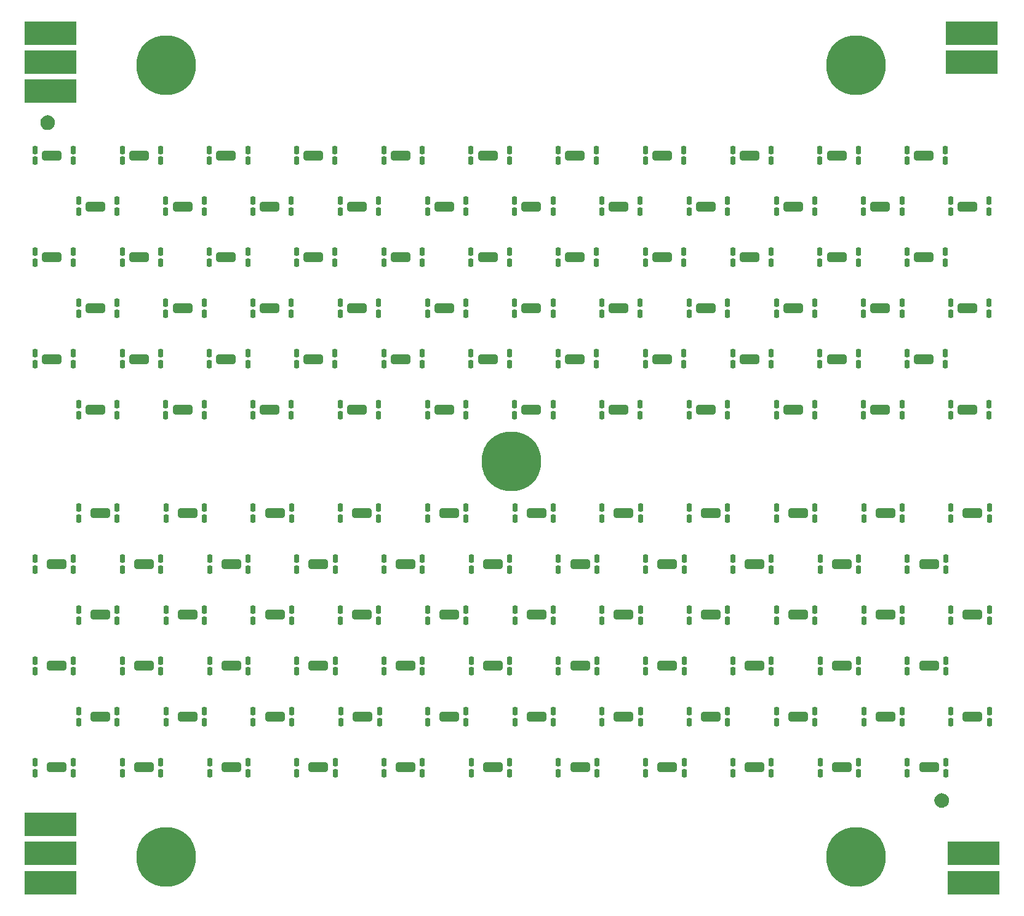
<source format=gts>
G04 Layer_Color=8388736*
%FSLAX24Y24*%
%MOIN*%
G70*
G01*
G75*
G04:AMPARAMS|DCode=23|XSize=108mil|YSize=54.5mil|CornerRadius=15.6mil|HoleSize=0mil|Usage=FLASHONLY|Rotation=180.000|XOffset=0mil|YOffset=0mil|HoleType=Round|Shape=RoundedRectangle|*
%AMROUNDEDRECTD23*
21,1,0.1080,0.0232,0,0,180.0*
21,1,0.0768,0.0545,0,0,180.0*
1,1,0.0312,-0.0384,0.0116*
1,1,0.0312,0.0384,0.0116*
1,1,0.0312,0.0384,-0.0116*
1,1,0.0312,-0.0384,-0.0116*
%
%ADD23ROUNDEDRECTD23*%
G04:AMPARAMS|DCode=24|XSize=28.5mil|YSize=43.4mil|CornerRadius=9.1mil|HoleSize=0mil|Usage=FLASHONLY|Rotation=180.000|XOffset=0mil|YOffset=0mil|HoleType=Round|Shape=RoundedRectangle|*
%AMROUNDEDRECTD24*
21,1,0.0285,0.0252,0,0,180.0*
21,1,0.0102,0.0434,0,0,180.0*
1,1,0.0182,-0.0051,0.0126*
1,1,0.0182,0.0051,0.0126*
1,1,0.0182,0.0051,-0.0126*
1,1,0.0182,-0.0051,-0.0126*
%
%ADD24ROUNDEDRECTD24*%
%ADD25R,0.2836X0.1261*%
%ADD26C,0.3230*%
G36*
X77937Y84084D02*
X78033Y84045D01*
X78115Y83982D01*
X78179Y83899D01*
X78218Y83804D01*
X78232Y83701D01*
X78218Y83598D01*
X78179Y83502D01*
X78115Y83420D01*
X78033Y83357D01*
X77937Y83317D01*
X77835Y83304D01*
X77732Y83317D01*
X77636Y83357D01*
X77554Y83420D01*
X77491Y83502D01*
X77451Y83598D01*
X77438Y83701D01*
X77451Y83804D01*
X77491Y83899D01*
X77554Y83982D01*
X77636Y84045D01*
X77732Y84084D01*
X77835Y84098D01*
X77937Y84084D01*
D02*
G37*
G36*
X126362Y47352D02*
X126458Y47312D01*
X126540Y47249D01*
X126603Y47167D01*
X126643Y47071D01*
X126657Y46968D01*
X126643Y46866D01*
X126603Y46770D01*
X126540Y46688D01*
X126458Y46625D01*
X126362Y46585D01*
X126260Y46571D01*
X126157Y46585D01*
X126061Y46625D01*
X125979Y46688D01*
X125916Y46770D01*
X125876Y46866D01*
X125862Y46968D01*
X125876Y47071D01*
X125916Y47167D01*
X125979Y47249D01*
X126061Y47312D01*
X126157Y47352D01*
X126260Y47366D01*
X126362Y47352D01*
D02*
G37*
D23*
X127657Y68130D02*
D03*
X78051Y81909D02*
D03*
X78327Y48760D02*
D03*
X80413Y79154D02*
D03*
X78051Y76398D02*
D03*
X80413Y73642D02*
D03*
X78051Y70886D02*
D03*
X80413Y68130D02*
D03*
X82776Y81909D02*
D03*
X85138Y79154D02*
D03*
X82776Y76398D02*
D03*
X85138Y73642D02*
D03*
X82776Y70886D02*
D03*
X85138Y68130D02*
D03*
X87500Y81909D02*
D03*
X89862Y79154D02*
D03*
X87500Y76398D02*
D03*
X89862Y73642D02*
D03*
X87500Y70886D02*
D03*
X89862Y68130D02*
D03*
X92224Y81909D02*
D03*
X94587Y79154D02*
D03*
X92224Y76398D02*
D03*
X94587Y73642D02*
D03*
X92224Y70886D02*
D03*
X94587Y68130D02*
D03*
X96949Y81909D02*
D03*
X99311Y79154D02*
D03*
X96949Y76398D02*
D03*
X99311Y73642D02*
D03*
X96949Y70886D02*
D03*
X99311Y68130D02*
D03*
X101673Y81909D02*
D03*
X104035Y79154D02*
D03*
X101673Y76398D02*
D03*
X104035Y73642D02*
D03*
X101673Y70886D02*
D03*
X104035Y68130D02*
D03*
X106398Y81909D02*
D03*
X108760Y79154D02*
D03*
X106398Y76398D02*
D03*
X108760Y73642D02*
D03*
X106398Y70886D02*
D03*
X108760Y68130D02*
D03*
X111122Y81909D02*
D03*
X113484Y79154D02*
D03*
X111122Y76398D02*
D03*
X113484Y73642D02*
D03*
X111122Y70886D02*
D03*
X113484Y68130D02*
D03*
X115846Y81909D02*
D03*
X118209Y79154D02*
D03*
X115846Y76398D02*
D03*
X118209Y73642D02*
D03*
X115846Y70886D02*
D03*
X118209Y68130D02*
D03*
X120571Y81909D02*
D03*
X122933Y79154D02*
D03*
X120571Y76398D02*
D03*
X122933Y73642D02*
D03*
X120571Y70886D02*
D03*
X122933Y68130D02*
D03*
X125295Y81909D02*
D03*
X127657Y79154D02*
D03*
X125295Y76398D02*
D03*
X127657Y73642D02*
D03*
X125295Y70886D02*
D03*
X127933Y62539D02*
D03*
X125571Y59783D02*
D03*
X127933Y57028D02*
D03*
X125571Y54272D02*
D03*
X127933Y51516D02*
D03*
X125571Y48760D02*
D03*
X123209Y62539D02*
D03*
X120846Y59783D02*
D03*
X123209Y57028D02*
D03*
X120846Y54272D02*
D03*
X123209Y51516D02*
D03*
X120846Y48760D02*
D03*
X118484Y62539D02*
D03*
X116122Y59783D02*
D03*
X118484Y57028D02*
D03*
X116122Y54272D02*
D03*
X118484Y51516D02*
D03*
X116122Y48760D02*
D03*
X113760Y62539D02*
D03*
X111398Y59783D02*
D03*
X113760Y57028D02*
D03*
X111398Y54272D02*
D03*
X113760Y51516D02*
D03*
X111398Y48760D02*
D03*
X109035Y62539D02*
D03*
X106673Y59783D02*
D03*
X109035Y57028D02*
D03*
X106673Y54272D02*
D03*
X109035Y51516D02*
D03*
X106673Y48760D02*
D03*
X104311Y62539D02*
D03*
X101949Y59783D02*
D03*
X104311Y57028D02*
D03*
X101949Y54272D02*
D03*
X104311Y51516D02*
D03*
X101949Y48760D02*
D03*
X99587Y62539D02*
D03*
X97224Y59783D02*
D03*
X99587Y57028D02*
D03*
X97224Y54272D02*
D03*
X99587Y51516D02*
D03*
X97224Y48760D02*
D03*
X94862Y62539D02*
D03*
X92500Y59783D02*
D03*
X94862Y57028D02*
D03*
X92500Y54272D02*
D03*
X94902Y51516D02*
D03*
X92500Y48760D02*
D03*
X90138Y62539D02*
D03*
X87776Y59783D02*
D03*
X90138Y57028D02*
D03*
X87776Y54272D02*
D03*
X90138Y51516D02*
D03*
X87776Y48760D02*
D03*
X85413Y62539D02*
D03*
X83051Y59783D02*
D03*
X85413Y57028D02*
D03*
X83051Y54272D02*
D03*
X85413Y51516D02*
D03*
X83051Y48760D02*
D03*
X80689Y62539D02*
D03*
X78327Y59783D02*
D03*
X80689Y57028D02*
D03*
X78327Y54272D02*
D03*
X80689Y51516D02*
D03*
D24*
X126752Y67844D02*
D03*
Y68435D02*
D03*
X128829Y67844D02*
D03*
Y68435D02*
D03*
X77146Y81624D02*
D03*
Y82215D02*
D03*
X79222Y81624D02*
D03*
Y82215D02*
D03*
X79232Y49045D02*
D03*
Y48455D02*
D03*
X77156Y49045D02*
D03*
Y48455D02*
D03*
X79508Y78868D02*
D03*
Y79459D02*
D03*
X81585Y78868D02*
D03*
Y79459D02*
D03*
X77146Y76112D02*
D03*
Y76703D02*
D03*
X79222Y76112D02*
D03*
Y76703D02*
D03*
X79508Y73356D02*
D03*
Y73947D02*
D03*
X81585Y73356D02*
D03*
Y73947D02*
D03*
X77146Y70600D02*
D03*
Y71191D02*
D03*
X79222Y70600D02*
D03*
Y71191D02*
D03*
X79508Y67844D02*
D03*
Y68435D02*
D03*
X81585Y67844D02*
D03*
Y68435D02*
D03*
X81870Y81624D02*
D03*
Y82215D02*
D03*
X83947Y81624D02*
D03*
Y82215D02*
D03*
X84232Y78868D02*
D03*
Y79459D02*
D03*
X86309Y78868D02*
D03*
Y79459D02*
D03*
X81870Y76112D02*
D03*
Y76703D02*
D03*
X83947Y76112D02*
D03*
Y76703D02*
D03*
X84232Y73356D02*
D03*
Y73947D02*
D03*
X86309Y73356D02*
D03*
Y73947D02*
D03*
X81870Y70600D02*
D03*
Y71191D02*
D03*
X83947Y70600D02*
D03*
Y71191D02*
D03*
X84232Y67844D02*
D03*
Y68435D02*
D03*
X86309Y67844D02*
D03*
Y68435D02*
D03*
X86594Y81624D02*
D03*
Y82215D02*
D03*
X88671Y81624D02*
D03*
Y82215D02*
D03*
X88957Y78868D02*
D03*
Y79459D02*
D03*
X91033Y78868D02*
D03*
Y79459D02*
D03*
X86594Y76112D02*
D03*
Y76703D02*
D03*
X88671Y76112D02*
D03*
Y76703D02*
D03*
X88957Y73356D02*
D03*
Y73947D02*
D03*
X91033Y73356D02*
D03*
Y73947D02*
D03*
X86594Y70600D02*
D03*
Y71191D02*
D03*
X88671Y70600D02*
D03*
Y71191D02*
D03*
X88957Y67844D02*
D03*
Y68435D02*
D03*
X91033Y67844D02*
D03*
Y68435D02*
D03*
X91319Y81624D02*
D03*
Y82215D02*
D03*
X93396Y81624D02*
D03*
Y82215D02*
D03*
X93681Y78868D02*
D03*
Y79459D02*
D03*
X95758Y78868D02*
D03*
Y79459D02*
D03*
X91319Y76112D02*
D03*
Y76703D02*
D03*
X93396Y76112D02*
D03*
Y76703D02*
D03*
X93681Y73356D02*
D03*
Y73947D02*
D03*
X95758Y73356D02*
D03*
Y73947D02*
D03*
X91319Y70600D02*
D03*
Y71191D02*
D03*
X93396Y70600D02*
D03*
Y71191D02*
D03*
X93681Y67844D02*
D03*
Y68435D02*
D03*
X95758Y67844D02*
D03*
X95758Y68435D02*
D03*
X96043Y81624D02*
D03*
Y82215D02*
D03*
X98120Y81624D02*
D03*
Y82215D02*
D03*
X98406Y78868D02*
D03*
Y79459D02*
D03*
X100482Y78868D02*
D03*
Y79459D02*
D03*
X96043Y76112D02*
D03*
Y76703D02*
D03*
X98120Y76112D02*
D03*
Y76703D02*
D03*
X98406Y73356D02*
D03*
Y73947D02*
D03*
X100482Y73356D02*
D03*
Y73947D02*
D03*
X96043Y70600D02*
D03*
Y71191D02*
D03*
X98120Y70600D02*
D03*
Y71191D02*
D03*
X98406Y67844D02*
D03*
Y68435D02*
D03*
X100482Y67844D02*
D03*
Y68435D02*
D03*
X100768Y81624D02*
D03*
Y82215D02*
D03*
X102844Y81624D02*
D03*
Y82215D02*
D03*
X103130Y78868D02*
D03*
Y79459D02*
D03*
X105207Y78868D02*
D03*
Y79459D02*
D03*
X100768Y76112D02*
D03*
Y76703D02*
D03*
X102844Y76112D02*
D03*
Y76703D02*
D03*
X103130Y73356D02*
D03*
Y73947D02*
D03*
X105207Y73356D02*
D03*
Y73947D02*
D03*
X100768Y70600D02*
D03*
Y71191D02*
D03*
X102844Y70600D02*
D03*
Y71191D02*
D03*
X103130Y67844D02*
D03*
Y68435D02*
D03*
X105207Y67844D02*
D03*
Y68435D02*
D03*
X105492Y81624D02*
D03*
Y82215D02*
D03*
X107569Y81624D02*
D03*
Y82215D02*
D03*
X107854Y78868D02*
D03*
Y79459D02*
D03*
X109931Y78868D02*
D03*
Y79459D02*
D03*
X105492Y76112D02*
D03*
Y76703D02*
D03*
X107569Y76112D02*
D03*
Y76703D02*
D03*
X107854Y73356D02*
D03*
Y73947D02*
D03*
X109931Y73356D02*
D03*
Y73947D02*
D03*
X105492Y70600D02*
D03*
Y71191D02*
D03*
X107569Y70600D02*
D03*
Y71191D02*
D03*
X107854Y67844D02*
D03*
Y68435D02*
D03*
X109931Y67844D02*
D03*
Y68435D02*
D03*
X110217Y81624D02*
D03*
Y82215D02*
D03*
X112293Y81624D02*
D03*
Y82215D02*
D03*
X112579Y78868D02*
D03*
Y79459D02*
D03*
X114656Y78868D02*
D03*
Y79459D02*
D03*
X110217Y76112D02*
D03*
Y76703D02*
D03*
X112293Y76112D02*
D03*
Y76703D02*
D03*
X112579Y73356D02*
D03*
Y73947D02*
D03*
X114656Y73356D02*
D03*
Y73947D02*
D03*
X110217Y70600D02*
D03*
Y71191D02*
D03*
X112293Y70600D02*
D03*
Y71191D02*
D03*
X112579Y67844D02*
D03*
Y68435D02*
D03*
X114656Y67844D02*
D03*
Y68435D02*
D03*
X114941Y81624D02*
D03*
Y82215D02*
D03*
X117018Y81624D02*
D03*
Y82215D02*
D03*
X117303Y78868D02*
D03*
Y79459D02*
D03*
X119380Y78868D02*
D03*
Y79459D02*
D03*
X114941Y76112D02*
D03*
Y76703D02*
D03*
X117018Y76112D02*
D03*
Y76703D02*
D03*
X117303Y73356D02*
D03*
Y73947D02*
D03*
X119380Y73356D02*
D03*
Y73947D02*
D03*
X114941Y70600D02*
D03*
Y71191D02*
D03*
X117018Y70600D02*
D03*
Y71191D02*
D03*
X117303Y67844D02*
D03*
Y68435D02*
D03*
X119380Y67844D02*
D03*
Y68435D02*
D03*
X119665Y81624D02*
D03*
Y82215D02*
D03*
X121742Y81624D02*
D03*
Y82215D02*
D03*
X122028Y78868D02*
D03*
Y79459D02*
D03*
X124104Y78868D02*
D03*
Y79459D02*
D03*
X119665Y76112D02*
D03*
Y76703D02*
D03*
X121742Y76112D02*
D03*
Y76703D02*
D03*
X122028Y73356D02*
D03*
Y73947D02*
D03*
X124104Y73356D02*
D03*
Y73947D02*
D03*
X119665Y70600D02*
D03*
Y71191D02*
D03*
X121742Y70600D02*
D03*
Y71191D02*
D03*
X122028Y67844D02*
D03*
Y68435D02*
D03*
X124104Y67844D02*
D03*
Y68435D02*
D03*
X124390Y81624D02*
D03*
Y82215D02*
D03*
X126467Y81624D02*
D03*
Y82215D02*
D03*
X126752Y78868D02*
D03*
Y79459D02*
D03*
X128829Y78868D02*
D03*
Y79459D02*
D03*
X124390Y76112D02*
D03*
Y76703D02*
D03*
X126467Y76112D02*
D03*
Y76703D02*
D03*
X126752Y73356D02*
D03*
Y73947D02*
D03*
X128829Y73356D02*
D03*
Y73947D02*
D03*
X124390Y70600D02*
D03*
Y71191D02*
D03*
X126467Y70600D02*
D03*
Y71191D02*
D03*
X128839Y62825D02*
D03*
Y62234D02*
D03*
X126762Y62825D02*
D03*
Y62234D02*
D03*
X126476Y60069D02*
D03*
Y59478D02*
D03*
X124400Y60069D02*
D03*
Y59478D02*
D03*
X128839Y57313D02*
D03*
Y56722D02*
D03*
X126762Y57313D02*
D03*
Y56722D02*
D03*
X126476Y54557D02*
D03*
Y53967D02*
D03*
X124400Y54557D02*
D03*
Y53967D02*
D03*
X128839Y51801D02*
D03*
Y51211D02*
D03*
X126762Y51801D02*
D03*
Y51211D02*
D03*
X126476Y49045D02*
D03*
Y48455D02*
D03*
X124400Y49045D02*
D03*
Y48455D02*
D03*
X124114Y62825D02*
D03*
Y62234D02*
D03*
X122037Y62825D02*
D03*
Y62234D02*
D03*
X121752Y60069D02*
D03*
Y59478D02*
D03*
X119675Y60069D02*
D03*
Y59478D02*
D03*
X124114Y57313D02*
D03*
Y56722D02*
D03*
X122037Y57313D02*
D03*
Y56722D02*
D03*
X121752Y54557D02*
D03*
Y53967D02*
D03*
X119675Y54557D02*
D03*
Y53967D02*
D03*
X124114Y51801D02*
D03*
Y51211D02*
D03*
X122037Y51801D02*
D03*
Y51211D02*
D03*
X121752Y49045D02*
D03*
Y48455D02*
D03*
X119675Y49045D02*
D03*
Y48455D02*
D03*
X119390Y62825D02*
D03*
Y62234D02*
D03*
X117313Y62825D02*
D03*
Y62234D02*
D03*
X117028Y60069D02*
D03*
Y59478D02*
D03*
X114951Y60069D02*
D03*
Y59478D02*
D03*
X119390Y57313D02*
D03*
Y56722D02*
D03*
X117313Y57313D02*
D03*
Y56722D02*
D03*
X117028Y54557D02*
D03*
Y53967D02*
D03*
X114951Y54557D02*
D03*
Y53967D02*
D03*
X119390Y51801D02*
D03*
Y51211D02*
D03*
X117313Y51801D02*
D03*
Y51211D02*
D03*
X117028Y49045D02*
D03*
Y48455D02*
D03*
X114951Y49045D02*
D03*
Y48455D02*
D03*
X114665Y62825D02*
D03*
Y62234D02*
D03*
X112589Y62825D02*
D03*
Y62234D02*
D03*
X112303Y60069D02*
D03*
Y59478D02*
D03*
X110226Y60069D02*
D03*
Y59478D02*
D03*
X114665Y57313D02*
D03*
Y56722D02*
D03*
X112589Y57313D02*
D03*
Y56722D02*
D03*
X112303Y54557D02*
D03*
Y53967D02*
D03*
X110226Y54557D02*
D03*
Y53967D02*
D03*
X114665Y51801D02*
D03*
Y51211D02*
D03*
X112589Y51801D02*
D03*
Y51211D02*
D03*
X112303Y49045D02*
D03*
Y48455D02*
D03*
X110226Y49045D02*
D03*
Y48455D02*
D03*
X109941Y62825D02*
D03*
Y62234D02*
D03*
X107864Y62825D02*
D03*
Y62234D02*
D03*
X107579Y60069D02*
D03*
Y59478D02*
D03*
X105502Y60069D02*
D03*
Y59478D02*
D03*
X109941Y57313D02*
D03*
Y56722D02*
D03*
X107864Y57313D02*
D03*
Y56722D02*
D03*
X107579Y54557D02*
D03*
Y53967D02*
D03*
X105502Y54557D02*
D03*
Y53967D02*
D03*
X109941Y51801D02*
D03*
Y51211D02*
D03*
X107864Y51801D02*
D03*
Y51211D02*
D03*
X107579Y49045D02*
D03*
Y48455D02*
D03*
X105502Y49045D02*
D03*
Y48455D02*
D03*
X105217Y62825D02*
D03*
Y62234D02*
D03*
X103140Y62825D02*
D03*
Y62234D02*
D03*
X102854Y60069D02*
D03*
Y59478D02*
D03*
X100778Y60069D02*
D03*
Y59478D02*
D03*
X105217Y57313D02*
D03*
Y56722D02*
D03*
X103140Y57313D02*
D03*
Y56722D02*
D03*
X102854Y54557D02*
D03*
Y53967D02*
D03*
X100778Y54557D02*
D03*
Y53967D02*
D03*
X105217Y51801D02*
D03*
Y51211D02*
D03*
X103140Y51801D02*
D03*
Y51211D02*
D03*
X102854Y49045D02*
D03*
Y48455D02*
D03*
X100778Y49045D02*
D03*
Y48455D02*
D03*
X100492Y62825D02*
D03*
Y62234D02*
D03*
X98415Y62825D02*
D03*
Y62234D02*
D03*
X98130Y60069D02*
D03*
Y59478D02*
D03*
X96053Y60069D02*
D03*
Y59478D02*
D03*
X100492Y57313D02*
D03*
Y56722D02*
D03*
X98415Y57313D02*
D03*
Y56722D02*
D03*
X98130Y54557D02*
D03*
Y53967D02*
D03*
X96053Y54557D02*
D03*
Y53967D02*
D03*
X100492Y51801D02*
D03*
Y51211D02*
D03*
X98415Y51801D02*
D03*
Y51211D02*
D03*
X98130Y49045D02*
D03*
Y48455D02*
D03*
X96053Y49045D02*
D03*
Y48455D02*
D03*
X95768Y62825D02*
D03*
Y62234D02*
D03*
X93691Y62825D02*
D03*
Y62234D02*
D03*
X93406Y60069D02*
D03*
Y59478D02*
D03*
X91329Y60069D02*
D03*
Y59478D02*
D03*
X95768Y57313D02*
D03*
Y56722D02*
D03*
X93691Y57313D02*
D03*
Y56722D02*
D03*
X93406Y54557D02*
D03*
Y53967D02*
D03*
X91329Y54557D02*
D03*
Y53967D02*
D03*
X95807Y51801D02*
D03*
Y51211D02*
D03*
X93730Y51801D02*
D03*
Y51211D02*
D03*
X93406Y49045D02*
D03*
Y48455D02*
D03*
X91329Y49045D02*
D03*
Y48455D02*
D03*
X91043Y62825D02*
D03*
Y62234D02*
D03*
X88967Y62825D02*
D03*
Y62234D02*
D03*
X88681Y60069D02*
D03*
Y59478D02*
D03*
X86604Y60069D02*
D03*
Y59478D02*
D03*
X91043Y57313D02*
D03*
Y56722D02*
D03*
X88967Y57313D02*
D03*
Y56722D02*
D03*
X88681Y54557D02*
D03*
Y53967D02*
D03*
X86604Y54557D02*
D03*
Y53967D02*
D03*
X91043Y51801D02*
D03*
Y51211D02*
D03*
X88967Y51801D02*
D03*
Y51211D02*
D03*
X88681Y49045D02*
D03*
Y48455D02*
D03*
X86604Y49045D02*
D03*
Y48455D02*
D03*
X86319Y62825D02*
D03*
Y62234D02*
D03*
X84242Y62825D02*
D03*
Y62234D02*
D03*
X83957Y60069D02*
D03*
Y59478D02*
D03*
X81880Y60069D02*
D03*
Y59478D02*
D03*
X86319Y57313D02*
D03*
Y56722D02*
D03*
X84242Y57313D02*
D03*
Y56722D02*
D03*
X83957Y54557D02*
D03*
Y53967D02*
D03*
X81880Y54557D02*
D03*
Y53967D02*
D03*
X86319Y51801D02*
D03*
Y51211D02*
D03*
X84242Y51801D02*
D03*
Y51211D02*
D03*
X83957Y49045D02*
D03*
Y48455D02*
D03*
X81880Y49045D02*
D03*
Y48455D02*
D03*
X81594Y62825D02*
D03*
Y62234D02*
D03*
X79518Y62825D02*
D03*
Y62234D02*
D03*
X79232Y60069D02*
D03*
Y59478D02*
D03*
X77156Y60069D02*
D03*
Y59478D02*
D03*
X81594Y57313D02*
D03*
Y56722D02*
D03*
X79518Y57313D02*
D03*
Y56722D02*
D03*
X79232Y54557D02*
D03*
Y53967D02*
D03*
X77156Y54557D02*
D03*
Y53967D02*
D03*
X81594Y51801D02*
D03*
Y51211D02*
D03*
X79518Y51801D02*
D03*
Y51211D02*
D03*
D25*
X77992Y86968D02*
D03*
Y85394D02*
D03*
Y88543D02*
D03*
X127874D02*
D03*
X127992Y44094D02*
D03*
Y42520D02*
D03*
X77992Y44094D02*
D03*
Y42520D02*
D03*
Y45669D02*
D03*
X127874Y86968D02*
D03*
D26*
X102953Y65354D02*
D03*
X121614Y86811D02*
D03*
Y43898D02*
D03*
X84252Y86811D02*
D03*
X84252Y43898D02*
D03*
M02*

</source>
